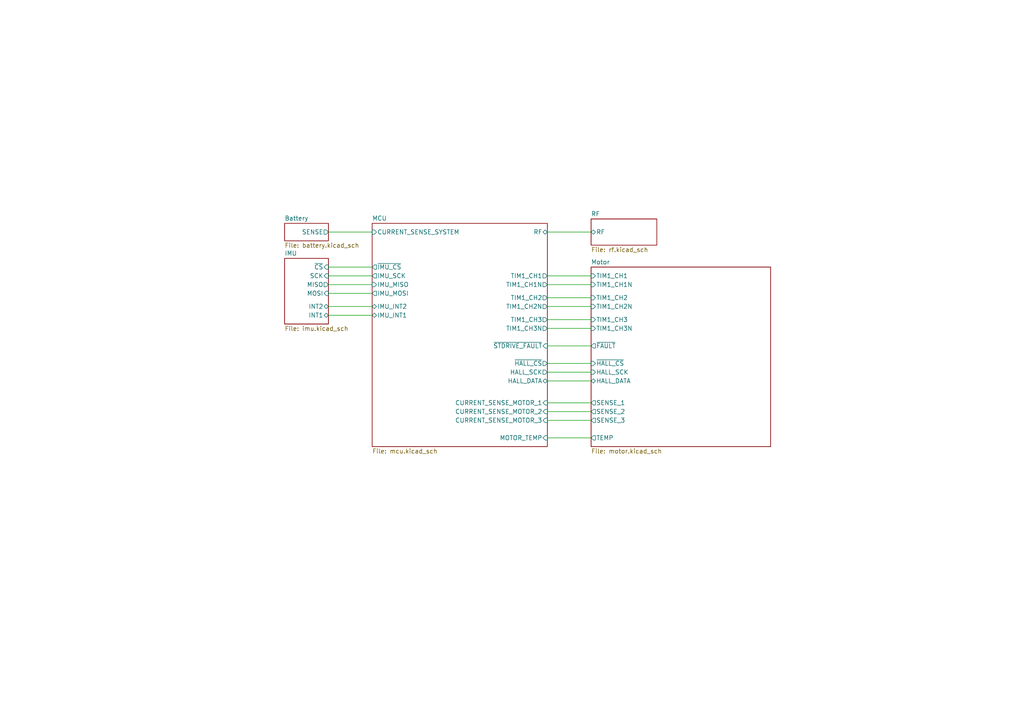
<source format=kicad_sch>
(kicad_sch
	(version 20250114)
	(generator "eeschema")
	(generator_version "9.0")
	(uuid "f80e1bcb-bd86-468e-87d5-570e37fd0de9")
	(paper "A4")
	(title_block
		(title "Capstan")
		(date "2025-09-26")
		(company "Roberto Holmes")
	)
	(lib_symbols)
	(wire
		(pts
			(xy 158.75 82.55) (xy 171.45 82.55)
		)
		(stroke
			(width 0)
			(type default)
		)
		(uuid "0fb06253-d624-4b53-8e6d-333fc33c8eab")
	)
	(wire
		(pts
			(xy 158.75 127) (xy 171.45 127)
		)
		(stroke
			(width 0)
			(type default)
		)
		(uuid "18d74e94-e2ff-407b-9775-746cf22ab45d")
	)
	(wire
		(pts
			(xy 158.75 105.41) (xy 171.45 105.41)
		)
		(stroke
			(width 0)
			(type default)
		)
		(uuid "1d29505c-ea6d-4563-9342-2e7980f6193a")
	)
	(wire
		(pts
			(xy 158.75 116.84) (xy 171.45 116.84)
		)
		(stroke
			(width 0)
			(type default)
		)
		(uuid "21f53cfd-5d6f-4f58-ae20-3cd8fc70eff8")
	)
	(wire
		(pts
			(xy 158.75 92.71) (xy 171.45 92.71)
		)
		(stroke
			(width 0)
			(type default)
		)
		(uuid "22599c8c-c863-49ad-b63e-19d49bf71bc1")
	)
	(wire
		(pts
			(xy 95.25 91.44) (xy 107.95 91.44)
		)
		(stroke
			(width 0)
			(type default)
		)
		(uuid "4a5b7ed5-849b-4966-b81b-c2593d7426b4")
	)
	(wire
		(pts
			(xy 95.25 67.31) (xy 107.95 67.31)
		)
		(stroke
			(width 0)
			(type default)
		)
		(uuid "5bccc372-b364-4dd4-be50-06fb327141f2")
	)
	(wire
		(pts
			(xy 158.75 95.25) (xy 171.45 95.25)
		)
		(stroke
			(width 0)
			(type default)
		)
		(uuid "6b850dba-a7f3-40bc-bd45-63126d89d4e8")
	)
	(wire
		(pts
			(xy 158.75 67.31) (xy 171.45 67.31)
		)
		(stroke
			(width 0)
			(type default)
		)
		(uuid "6eca08b2-1d3d-4421-baf3-7ed9977da597")
	)
	(wire
		(pts
			(xy 158.75 80.01) (xy 171.45 80.01)
		)
		(stroke
			(width 0)
			(type default)
		)
		(uuid "7ad4f862-2f7f-473a-b8c9-573b8ca66724")
	)
	(wire
		(pts
			(xy 158.75 107.95) (xy 171.45 107.95)
		)
		(stroke
			(width 0)
			(type default)
		)
		(uuid "86f254a2-5913-4f72-97fe-f0508542af65")
	)
	(wire
		(pts
			(xy 95.25 77.47) (xy 107.95 77.47)
		)
		(stroke
			(width 0)
			(type default)
		)
		(uuid "8ffed958-5e03-417f-96de-560623c5d476")
	)
	(wire
		(pts
			(xy 158.75 119.38) (xy 171.45 119.38)
		)
		(stroke
			(width 0)
			(type default)
		)
		(uuid "956557a5-b43b-4e47-9309-b216721d2936")
	)
	(wire
		(pts
			(xy 95.25 85.09) (xy 107.95 85.09)
		)
		(stroke
			(width 0)
			(type default)
		)
		(uuid "a5fc9057-5620-4752-9bff-41a0ad858eac")
	)
	(wire
		(pts
			(xy 158.75 121.92) (xy 171.45 121.92)
		)
		(stroke
			(width 0)
			(type default)
		)
		(uuid "add3bd57-4670-4e34-ad2b-8c3a7ff7b929")
	)
	(wire
		(pts
			(xy 158.75 100.33) (xy 171.45 100.33)
		)
		(stroke
			(width 0)
			(type default)
		)
		(uuid "ae4c421b-4c88-45d7-b167-ac1bdcb92de5")
	)
	(wire
		(pts
			(xy 158.75 88.9) (xy 171.45 88.9)
		)
		(stroke
			(width 0)
			(type default)
		)
		(uuid "b47ad61a-3830-4e12-9cc1-c0eb93872c97")
	)
	(wire
		(pts
			(xy 95.25 80.01) (xy 107.95 80.01)
		)
		(stroke
			(width 0)
			(type default)
		)
		(uuid "b63f11ea-e705-4706-8fbb-602a4b415bde")
	)
	(wire
		(pts
			(xy 158.75 86.36) (xy 171.45 86.36)
		)
		(stroke
			(width 0)
			(type default)
		)
		(uuid "cd5e2e2e-174d-4f5e-a661-8ff031fd6a1f")
	)
	(wire
		(pts
			(xy 158.75 110.49) (xy 171.45 110.49)
		)
		(stroke
			(width 0)
			(type default)
		)
		(uuid "d0d702d0-ba7d-4926-ac2b-241efd3f1a4c")
	)
	(wire
		(pts
			(xy 95.25 82.55) (xy 107.95 82.55)
		)
		(stroke
			(width 0)
			(type default)
		)
		(uuid "d147c80c-51ad-49e2-8f6c-5c68c013c118")
	)
	(wire
		(pts
			(xy 95.25 88.9) (xy 107.95 88.9)
		)
		(stroke
			(width 0)
			(type default)
		)
		(uuid "faf49d74-b881-4adb-bba9-050e0478385b")
	)
	(sheet
		(at 107.95 64.77)
		(size 50.8 64.77)
		(exclude_from_sim no)
		(in_bom yes)
		(on_board yes)
		(dnp no)
		(fields_autoplaced yes)
		(stroke
			(width 0.1524)
			(type solid)
		)
		(fill
			(color 0 0 0 0.0000)
		)
		(uuid "13e5d6fa-172a-4c8a-8944-920c996b872f")
		(property "Sheetname" "MCU"
			(at 107.95 64.0584 0)
			(effects
				(font
					(size 1.27 1.27)
				)
				(justify left bottom)
			)
		)
		(property "Sheetfile" "mcu.kicad_sch"
			(at 107.95 130.1246 0)
			(effects
				(font
					(size 1.27 1.27)
				)
				(justify left top)
			)
		)
		(pin "CURRENT_SENSE_MOTOR_1" input
			(at 158.75 116.84 0)
			(uuid "0483a64b-3691-4d4d-9d1a-77bff9c28348")
			(effects
				(font
					(size 1.27 1.27)
				)
				(justify right)
			)
		)
		(pin "CURRENT_SENSE_MOTOR_2" input
			(at 158.75 119.38 0)
			(uuid "fca249dd-b78a-4cdc-8f0f-91815edc3782")
			(effects
				(font
					(size 1.27 1.27)
				)
				(justify right)
			)
		)
		(pin "CURRENT_SENSE_MOTOR_3" input
			(at 158.75 121.92 0)
			(uuid "b012196b-088d-43f7-b842-43f018b31b9d")
			(effects
				(font
					(size 1.27 1.27)
				)
				(justify right)
			)
		)
		(pin "CURRENT_SENSE_SYSTEM" input
			(at 107.95 67.31 180)
			(uuid "65715979-b4af-4166-ac3b-6f8cac38e9ce")
			(effects
				(font
					(size 1.27 1.27)
				)
				(justify left)
			)
		)
		(pin "HALL_DATA" bidirectional
			(at 158.75 110.49 0)
			(uuid "01474c00-faec-45f0-a3c3-e75a4548831d")
			(effects
				(font
					(size 1.27 1.27)
				)
				(justify right)
			)
		)
		(pin "HALL_SCK" output
			(at 158.75 107.95 0)
			(uuid "06761dc3-9747-4a74-a612-0b690936461e")
			(effects
				(font
					(size 1.27 1.27)
				)
				(justify right)
			)
		)
		(pin "IMU_MISO" input
			(at 107.95 82.55 180)
			(uuid "1b17ba08-11ea-49d3-a4b3-d50c94f82725")
			(effects
				(font
					(size 1.27 1.27)
				)
				(justify left)
			)
		)
		(pin "IMU_MOSI" output
			(at 107.95 85.09 180)
			(uuid "61608959-2fac-429d-87af-2952f1c9d9fb")
			(effects
				(font
					(size 1.27 1.27)
				)
				(justify left)
			)
		)
		(pin "IMU_SCK" output
			(at 107.95 80.01 180)
			(uuid "fe1c3df5-983a-4088-a530-ae98bbc24511")
			(effects
				(font
					(size 1.27 1.27)
				)
				(justify left)
			)
		)
		(pin "MOTOR_TEMP" input
			(at 158.75 127 0)
			(uuid "7d2100ee-e573-4345-b062-0d9c2d03e00a")
			(effects
				(font
					(size 1.27 1.27)
				)
				(justify right)
			)
		)
		(pin "TIM1_CH1" output
			(at 158.75 80.01 0)
			(uuid "4ad1f493-a2e1-4f10-9543-f08e974072ba")
			(effects
				(font
					(size 1.27 1.27)
				)
				(justify right)
			)
		)
		(pin "TIM1_CH1N" output
			(at 158.75 82.55 0)
			(uuid "2aa275c8-43be-41cb-bcbb-469c659ba994")
			(effects
				(font
					(size 1.27 1.27)
				)
				(justify right)
			)
		)
		(pin "TIM1_CH2" output
			(at 158.75 86.36 0)
			(uuid "091768ae-a39e-4e24-937e-ff8b6ab98b59")
			(effects
				(font
					(size 1.27 1.27)
				)
				(justify right)
			)
		)
		(pin "TIM1_CH2N" output
			(at 158.75 88.9 0)
			(uuid "ae7ef17d-d22d-4841-b0b3-775359026582")
			(effects
				(font
					(size 1.27 1.27)
				)
				(justify right)
			)
		)
		(pin "TIM1_CH3" output
			(at 158.75 92.71 0)
			(uuid "5447537b-b06e-4251-8980-2355723a993f")
			(effects
				(font
					(size 1.27 1.27)
				)
				(justify right)
			)
		)
		(pin "TIM1_CH3N" output
			(at 158.75 95.25 0)
			(uuid "c1de53b0-bdba-4aeb-8ab5-545132a40ac9")
			(effects
				(font
					(size 1.27 1.27)
				)
				(justify right)
			)
		)
		(pin "RF" bidirectional
			(at 158.75 67.31 0)
			(uuid "fff6a9a9-293c-4ddb-947c-a2588be7f49b")
			(effects
				(font
					(size 1.27 1.27)
				)
				(justify right)
			)
		)
		(pin "~{HALL_CS}" output
			(at 158.75 105.41 0)
			(uuid "ebbeb469-6e0c-402d-bba6-ac52fe2b15a5")
			(effects
				(font
					(size 1.27 1.27)
				)
				(justify right)
			)
		)
		(pin "~{IMU_CS}" output
			(at 107.95 77.47 180)
			(uuid "8d6fe59e-b84d-4ee9-82c1-e19d4ebbfebe")
			(effects
				(font
					(size 1.27 1.27)
				)
				(justify left)
			)
		)
		(pin "~{STDRIVE_FAULT}" input
			(at 158.75 100.33 0)
			(uuid "3c1aeb24-5f31-4613-b3a7-2aac626aa8f5")
			(effects
				(font
					(size 1.27 1.27)
				)
				(justify right)
			)
		)
		(pin "IMU_INT1" bidirectional
			(at 107.95 91.44 180)
			(uuid "72014d98-7780-4f6f-a9e7-f4d2ebc713d5")
			(effects
				(font
					(size 1.27 1.27)
				)
				(justify left)
			)
		)
		(pin "IMU_INT2" bidirectional
			(at 107.95 88.9 180)
			(uuid "46206e60-a24c-4846-8d28-8fff451d4589")
			(effects
				(font
					(size 1.27 1.27)
				)
				(justify left)
			)
		)
		(instances
			(project "Capstan"
				(path "/f80e1bcb-bd86-468e-87d5-570e37fd0de9"
					(page "2")
				)
			)
		)
	)
	(sheet
		(at 82.55 74.93)
		(size 12.7 19.05)
		(exclude_from_sim no)
		(in_bom yes)
		(on_board yes)
		(dnp no)
		(fields_autoplaced yes)
		(stroke
			(width 0.1524)
			(type solid)
		)
		(fill
			(color 0 0 0 0.0000)
		)
		(uuid "509c38e3-e9d7-46cd-b729-2e111b5679a3")
		(property "Sheetname" "IMU"
			(at 82.55 74.2184 0)
			(effects
				(font
					(size 1.27 1.27)
				)
				(justify left bottom)
			)
		)
		(property "Sheetfile" "imu.kicad_sch"
			(at 82.55 94.5646 0)
			(effects
				(font
					(size 1.27 1.27)
				)
				(justify left top)
			)
		)
		(pin "MISO" output
			(at 95.25 82.55 0)
			(uuid "3f0941ce-7ca3-4c9f-9c1f-d9f80d1c17a2")
			(effects
				(font
					(size 1.27 1.27)
				)
				(justify right)
			)
		)
		(pin "MOSI" input
			(at 95.25 85.09 0)
			(uuid "ffa05930-a6ac-4c11-841f-d931c179ec39")
			(effects
				(font
					(size 1.27 1.27)
				)
				(justify right)
			)
		)
		(pin "SCK" input
			(at 95.25 80.01 0)
			(uuid "09b518fd-0bc2-45b1-8edf-df6570d20ea9")
			(effects
				(font
					(size 1.27 1.27)
				)
				(justify right)
			)
		)
		(pin "~{CS}" input
			(at 95.25 77.47 0)
			(uuid "e5b17897-30a1-4b0a-a267-a08d3bc78c0b")
			(effects
				(font
					(size 1.27 1.27)
				)
				(justify right)
			)
		)
		(pin "INT1" bidirectional
			(at 95.25 91.44 0)
			(uuid "94c42cf5-19cd-48d2-a8b2-cc74bad552a6")
			(effects
				(font
					(size 1.27 1.27)
				)
				(justify right)
			)
		)
		(pin "INT2" bidirectional
			(at 95.25 88.9 0)
			(uuid "9154aec3-c8b8-48d1-81ef-acb4f594eb19")
			(effects
				(font
					(size 1.27 1.27)
				)
				(justify right)
			)
		)
		(instances
			(project "Capstan"
				(path "/f80e1bcb-bd86-468e-87d5-570e37fd0de9"
					(page "5")
				)
			)
		)
	)
	(sheet
		(at 82.55 64.77)
		(size 12.7 5.08)
		(exclude_from_sim no)
		(in_bom yes)
		(on_board yes)
		(dnp no)
		(fields_autoplaced yes)
		(stroke
			(width 0.1524)
			(type solid)
		)
		(fill
			(color 0 0 0 0.0000)
		)
		(uuid "8fe3218c-f9da-47db-a71a-ac29f27c2bd7")
		(property "Sheetname" "Battery"
			(at 82.55 64.0584 0)
			(effects
				(font
					(size 1.27 1.27)
				)
				(justify left bottom)
			)
		)
		(property "Sheetfile" "battery.kicad_sch"
			(at 82.55 70.4346 0)
			(effects
				(font
					(size 1.27 1.27)
				)
				(justify left top)
			)
		)
		(pin "SENSE" output
			(at 95.25 67.31 0)
			(uuid "5418f555-ae52-4d07-ab85-f39aa668c6d6")
			(effects
				(font
					(size 1.27 1.27)
				)
				(justify right)
			)
		)
		(instances
			(project "Capstan"
				(path "/f80e1bcb-bd86-468e-87d5-570e37fd0de9"
					(page "4")
				)
			)
		)
	)
	(sheet
		(at 171.45 77.47)
		(size 52.07 52.07)
		(exclude_from_sim no)
		(in_bom yes)
		(on_board yes)
		(dnp no)
		(fields_autoplaced yes)
		(stroke
			(width 0.1524)
			(type solid)
		)
		(fill
			(color 0 0 0 0.0000)
		)
		(uuid "c434873e-36bd-4491-a7d1-109b760a090c")
		(property "Sheetname" "Motor"
			(at 171.45 76.7584 0)
			(effects
				(font
					(size 1.27 1.27)
				)
				(justify left bottom)
			)
		)
		(property "Sheetfile" "motor.kicad_sch"
			(at 171.45 130.1246 0)
			(effects
				(font
					(size 1.27 1.27)
				)
				(justify left top)
			)
		)
		(pin "HALL_DATA" bidirectional
			(at 171.45 110.49 180)
			(uuid "e542c3f9-8b88-467a-9cb1-b7db99b0acac")
			(effects
				(font
					(size 1.27 1.27)
				)
				(justify left)
			)
		)
		(pin "HALL_SCK" input
			(at 171.45 107.95 180)
			(uuid "632d431e-5238-448b-b5a5-cc02be570850")
			(effects
				(font
					(size 1.27 1.27)
				)
				(justify left)
			)
		)
		(pin "SENSE_1" output
			(at 171.45 116.84 180)
			(uuid "13b8427e-bfe5-44f4-940d-b375a77549c9")
			(effects
				(font
					(size 1.27 1.27)
				)
				(justify left)
			)
		)
		(pin "SENSE_2" output
			(at 171.45 119.38 180)
			(uuid "9367f9db-8443-4f6c-b67c-00357877ea64")
			(effects
				(font
					(size 1.27 1.27)
				)
				(justify left)
			)
		)
		(pin "SENSE_3" output
			(at 171.45 121.92 180)
			(uuid "c0602eb1-39a9-4842-a948-29c606e44707")
			(effects
				(font
					(size 1.27 1.27)
				)
				(justify left)
			)
		)
		(pin "TEMP" output
			(at 171.45 127 180)
			(uuid "0a13b7ee-e170-4cf2-92b9-e4df878633b6")
			(effects
				(font
					(size 1.27 1.27)
				)
				(justify left)
			)
		)
		(pin "TIM1_CH1" input
			(at 171.45 80.01 180)
			(uuid "93b1acde-6e8d-4e71-875a-23cb4497a9e3")
			(effects
				(font
					(size 1.27 1.27)
				)
				(justify left)
			)
		)
		(pin "TIM1_CH1N" input
			(at 171.45 82.55 180)
			(uuid "66b16e9b-d741-42d3-b077-2d147e0382b6")
			(effects
				(font
					(size 1.27 1.27)
				)
				(justify left)
			)
		)
		(pin "TIM1_CH2" input
			(at 171.45 86.36 180)
			(uuid "e3c3fb54-fa27-4bdd-b039-520d3355f56d")
			(effects
				(font
					(size 1.27 1.27)
				)
				(justify left)
			)
		)
		(pin "TIM1_CH2N" input
			(at 171.45 88.9 180)
			(uuid "49a82c7d-a2ab-4ae0-8232-e0d5f731c0c2")
			(effects
				(font
					(size 1.27 1.27)
				)
				(justify left)
			)
		)
		(pin "TIM1_CH3" input
			(at 171.45 92.71 180)
			(uuid "4962e99a-5b6b-4629-bcfc-2163a8a3a23d")
			(effects
				(font
					(size 1.27 1.27)
				)
				(justify left)
			)
		)
		(pin "TIM1_CH3N" input
			(at 171.45 95.25 180)
			(uuid "a3e96b42-fd69-44fb-aa11-bee5fc709c45")
			(effects
				(font
					(size 1.27 1.27)
				)
				(justify left)
			)
		)
		(pin "~{FAULT}" output
			(at 171.45 100.33 180)
			(uuid "3a29f1fd-f8c8-41a5-9c8e-d7787a6eb81b")
			(effects
				(font
					(size 1.27 1.27)
				)
				(justify left)
			)
		)
		(pin "~{HALL_CS}" input
			(at 171.45 105.41 180)
			(uuid "c0b646fe-758d-4729-92e9-e7b1b65c1726")
			(effects
				(font
					(size 1.27 1.27)
				)
				(justify left)
			)
		)
		(instances
			(project "Capstan"
				(path "/f80e1bcb-bd86-468e-87d5-570e37fd0de9"
					(page "3")
				)
			)
		)
	)
	(sheet
		(at 171.45 63.5)
		(size 19.05 7.62)
		(exclude_from_sim no)
		(in_bom yes)
		(on_board yes)
		(dnp no)
		(fields_autoplaced yes)
		(stroke
			(width 0.1524)
			(type solid)
		)
		(fill
			(color 0 0 0 0.0000)
		)
		(uuid "f9dbfb64-6ce6-433d-a15e-bf3362d8eba9")
		(property "Sheetname" "RF"
			(at 171.45 62.7884 0)
			(effects
				(font
					(size 1.27 1.27)
				)
				(justify left bottom)
			)
		)
		(property "Sheetfile" "rf.kicad_sch"
			(at 171.45 71.7046 0)
			(effects
				(font
					(size 1.27 1.27)
				)
				(justify left top)
			)
		)
		(pin "RF" bidirectional
			(at 171.45 67.31 180)
			(uuid "ac7a7fe0-e8b1-4698-9d1b-ecdb38904409")
			(effects
				(font
					(size 1.27 1.27)
				)
				(justify left)
			)
		)
		(instances
			(project "Capstan"
				(path "/f80e1bcb-bd86-468e-87d5-570e37fd0de9"
					(page "6")
				)
			)
		)
	)
	(sheet_instances
		(path "/"
			(page "1")
		)
	)
	(embedded_fonts no)
)

</source>
